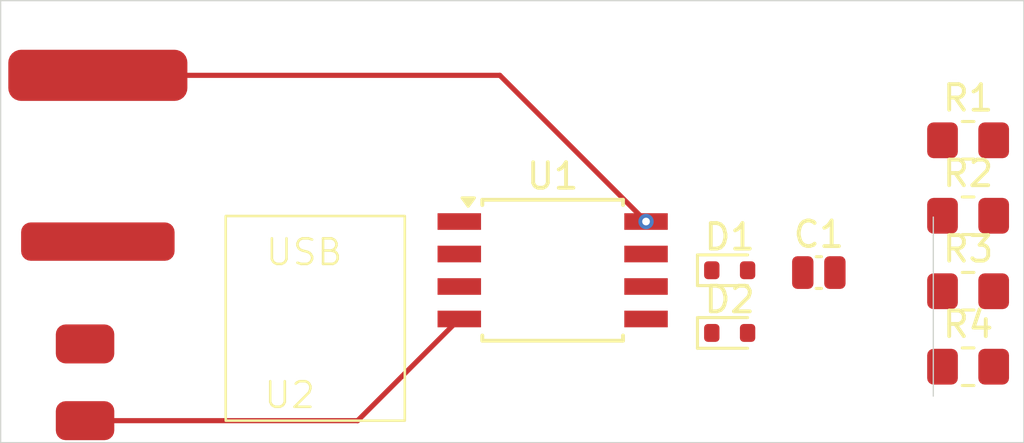
<source format=kicad_pcb>
(kicad_pcb (version 20240108) (generator "pcbnew") (generator_version "8.0")
  (layers (0 "F.Cu" signal) (31 "B.Cu" signal) (34 "B.Paste" user) (35 "F.Paste" user) (36 "B.SilkS" user "B.Silkscreen") (37 "F.SilkS" user "F.Silkscreen") (38 "B.Mask" user) (39 "F.Mask" user) (44 "Edge.Cuts" user))
  (net 0 "")
  (net 1 "GND")
  (net 2 "+5V")
  (net 3 "Net-(D1-K)")
  (net 4 "Net-(D2-K)")
  (net 5 "Net-(D3-A)")
  (net 6 "Net-(J1-Pin_1)")
  (net 7 "Net-(J1-Pin_3)")
  (net 8 "Net-(J2-Pin_2)")
  (net 9 "Net-(J2-Pin_1)")
  (net 10 "Net-(J1-Pin_2)")
  (net 11 "Net-(J2-Pin_3)")
  (footprint "Resistor_SMD:R_0805_2012Metric_Pad1.20x1.40mm_HandSolder" (layer "F.Cu") (at 148.32 87.18)
    (property "Reference" "R3" (at 0 -1.65 0) (layer "F.SilkS"))
    (property "Value" "68R")
    (fp_line (start -0.227064 -0.735) (end 0.227064 -0.735) (stroke (width 0.12)) (layer "F.SilkS"))
    (fp_line (start -0.227064 0.735) (end 0.227064 0.735) (stroke (width 0.12)) (layer "F.SilkS"))
    (pad "1" smd roundrect (at -1 0) (size 1.2 1.4) (layers "F.Cu" "F.Paste" "F.Mask") (roundrect_rratio 0.208333) (net 3 "Net-(D1-K)"))
    (pad "2" smd roundrect (at 1 0) (size 1.2 1.4) (layers "F.Cu" "F.Paste" "F.Mask") (roundrect_rratio 0.208333) (net 8 "Net-(J2-Pin_2)"))
  )
  (footprint "Diode_SMD:D_SOD-523" (layer "F.Cu") (at 139 88.81)
    (property "Reference" "D2" (at 0 -1.3 0) (layer "F.SilkS"))
    (property "Value" "3V6")
    (fp_line (start -1.26 -0.6) (end -1.26 0.6) (stroke (width 0.12)) (layer "F.SilkS"))
    (fp_line (start 0.7 -0.6) (end -1.26 -0.6) (stroke (width 0.12)) (layer "F.SilkS"))
    (fp_line (start 0.7 0.6) (end -1.26 0.6) (stroke (width 0.12)) (layer "F.SilkS"))
    (pad "1" smd roundrect (at -0.7 0 180) (size 0.6 0.7) (layers "F.Cu" "F.Paste" "F.Mask") (net 4 "Net-(D2-K)"))
    (pad "2" smd roundrect (at 0.7 0 180) (size 0.6 0.7) (layers "F.Cu" "F.Paste" "F.Mask") (net 1 "GND"))
  )
  (footprint "Resistor_SMD:R_0805_2012Metric_Pad1.20x1.40mm_HandSolder" (layer "F.Cu") (at 148.32 81.28)
    (property "Reference" "R1" (at 0 -1.65 0) (layer "F.SilkS"))
    (property "Value" "68R")
    (fp_line (start -0.227064 -0.735) (end 0.227064 -0.735) (stroke (width 0.12)) (layer "F.SilkS"))
    (fp_line (start -0.227064 0.735) (end 0.227064 0.735) (stroke (width 0.12)) (layer "F.SilkS"))
    (pad "1" smd roundrect (at -1 0) (size 1.2 1.4) (layers "F.Cu" "F.Paste" "F.Mask") (roundrect_rratio 0.208333) (net 5 "Net-(D3-A)"))
    (pad "2" smd roundrect (at 1 0) (size 1.2 1.4) (layers "F.Cu" "F.Paste" "F.Mask") (roundrect_rratio 0.208333) (net 6 "Net-(J1-Pin_1)"))
  )
  (footprint "Test_tutorial_footprint_library:PCB_uSB_connector" (layer "F.Cu") (at 113.8 86.24)
    (property "Reference" "U2" (at 8 5 0) (layer "F.SilkS") (effects (font (thickness 0.1))))
    (property "Value" "~")
    (fp_rect (start 5.5 -2) (end 12.5 6) (stroke (width 0.1)) (fill none) (layer "F.SilkS"))
    (fp_text user "USB" (at 7 0 0) (layer "F.SilkS") (effects (font (thickness 0.1)) (justify left bottom)))
    (pad "1" smd roundrect (at 0.5 -7.5) (size 7 2) (layers "F.Cu" "F.Paste" "F.Mask") (net 2 "+5V"))
    (pad "2" smd roundrect (at 0.5 -1) (size 6 1.5) (layers "F.Cu" "F.Paste" "F.Mask") (net 3 "Net-(D1-K)"))
    (pad "3" smd roundrect (at 0 3) (size 2.286 1.524) (layers "F.Cu" "F.Paste" "F.Mask") (net 4 "Net-(D2-K)"))
    (pad "4" smd roundrect (at 0 6) (size 2.286 1.524) (layers "F.Cu" "F.Paste" "F.Mask") (net 1 "GND"))
  )
  (footprint "Resistor_SMD:R_0805_2012Metric_Pad1.20x1.40mm_HandSolder" (layer "F.Cu") (at 148.32 90.13)
    (property "Reference" "R4" (at 0 -1.65 0) (layer "F.SilkS"))
    (property "Value" "68R")
    (fp_line (start -0.227064 -0.735) (end 0.227064 -0.735) (stroke (width 0.12)) (layer "F.SilkS"))
    (fp_line (start -0.227064 0.735) (end 0.227064 0.735) (stroke (width 0.12)) (layer "F.SilkS"))
    (pad "1" smd roundrect (at -1 0) (size 1.2 1.4) (layers "F.Cu" "F.Paste" "F.Mask") (roundrect_rratio 0.208333) (net 2 "+5V"))
    (pad "2" smd roundrect (at 1 0) (size 1.2 1.4) (layers "F.Cu" "F.Paste" "F.Mask") (roundrect_rratio 0.208333) (net 4 "Net-(D2-K)"))
  )
  (footprint "Package_SO:SOIC-8W_5.3x5.3mm_P1.27mm" (layer "F.Cu") (at 132.08 86.36)
    (property "Reference" "U1" (at 0 -3.68 0) (layer "F.SilkS"))
    (property "Value" "ATtiny45-20S")
    (fp_line (start -2.75 -2.755) (end -2.75 -2.55) (stroke (width 0.15)) (layer "F.SilkS"))
    (fp_line (start -2.75 -2.755) (end 2.75 -2.755) (stroke (width 0.15)) (layer "F.SilkS"))
    (fp_line (start -2.75 2.755) (end -2.75 2.55) (stroke (width 0.15)) (layer "F.SilkS"))
    (fp_line (start -2.75 2.755) (end 2.75 2.755) (stroke (width 0.15)) (layer "F.SilkS"))
    (fp_line (start 2.75 -2.755) (end 2.75 -2.55) (stroke (width 0.15)) (layer "F.SilkS"))
    (fp_line (start 2.75 2.755) (end 2.75 2.55) (stroke (width 0.15)) (layer "F.SilkS"))
    (fp_poly (pts (xy -3.3 -2.5) (xy -3.54 -2.83) (xy -3.06 -2.83) (xy -3.3 -2.5)) (stroke (width 0.12)) (fill solid) (layer "F.SilkS"))
    (pad "1" smd rect (at -3.65 -1.905) (size 1.7 0.65) (layers "F.Cu" "F.Paste" "F.Mask") (net 9 "Net-(J2-Pin_1)"))
    (pad "2" smd rect (at -3.65 -0.635) (size 1.7 0.65) (layers "F.Cu" "F.Paste" "F.Mask") (net 11 "Net-(J2-Pin_3)"))
    (pad "3" smd rect (at -3.65 0.635) (size 1.7 0.65) (layers "F.Cu" "F.Paste" "F.Mask") (net 8 "Net-(J2-Pin_2)"))
    (pad "4" smd rect (at -3.65 1.905) (size 1.7 0.65) (layers "F.Cu" "F.Paste" "F.Mask") (net 1 "GND"))
    (pad "5" smd rect (at 3.65 1.905) (size 1.7 0.65) (layers "F.Cu" "F.Paste" "F.Mask") (net 6 "Net-(J1-Pin_1)"))
    (pad "6" smd rect (at 3.65 0.635) (size 1.7 0.65) (layers "F.Cu" "F.Paste" "F.Mask") (net 10 "Net-(J1-Pin_2)"))
    (pad "7" smd rect (at 3.65 -0.635) (size 1.7 0.65) (layers "F.Cu" "F.Paste" "F.Mask") (net 7 "Net-(J1-Pin_3)"))
    (pad "8" smd rect (at 3.65 -1.905) (size 1.7 0.65) (layers "F.Cu" "F.Paste" "F.Mask") (net 2 "+5V"))
  )
  (footprint "Resistor_SMD:R_0805_2012Metric_Pad1.20x1.40mm_HandSolder" (layer "F.Cu") (at 148.32 84.23)
    (property "Reference" "R2" (at 0 -1.65 0) (layer "F.SilkS"))
    (property "Value" "68R")
    (fp_line (start -0.227064 -0.735) (end 0.227064 -0.735) (stroke (width 0.12)) (layer "F.SilkS"))
    (fp_line (start -0.227064 0.735) (end 0.227064 0.735) (stroke (width 0.12)) (layer "F.SilkS"))
    (pad "1" smd roundrect (at -1 0) (size 1.2 1.4) (layers "F.Cu" "F.Paste" "F.Mask") (roundrect_rratio 0.208333) (net 4 "Net-(D2-K)"))
    (pad "2" smd roundrect (at 1 0) (size 1.2 1.4) (layers "F.Cu" "F.Paste" "F.Mask") (roundrect_rratio 0.208333) (net 7 "Net-(J1-Pin_3)"))
  )
  (footprint "Capacitor_SMD:C_0504_1310Metric_Pad0.83x1.28mm_HandSolder" (layer "F.Cu") (at 142.485 86.45)
    (property "Reference" "C1" (at 0 -1.49 0) (layer "F.SilkS"))
    (property "Value" "100n")
    (fp_line (start -0.101969 -0.62) (end 0.101969 -0.62) (stroke (width 0.12)) (layer "F.SilkS"))
    (fp_line (start -0.101969 0.62) (end 0.101969 0.62) (stroke (width 0.12)) (layer "F.SilkS"))
    (pad "1" smd roundrect (at -0.6275 0) (size 0.835 1.28) (layers "F.Cu" "F.Paste" "F.Mask") (net 2 "+5V"))
    (pad "2" smd roundrect (at 0.6275 0) (size 0.835 1.28) (layers "F.Cu" "F.Paste" "F.Mask") (net 1 "GND"))
  )
  (footprint "Diode_SMD:D_SOD-523" (layer "F.Cu") (at 139 86.36)
    (property "Reference" "D1" (at 0 -1.3 0) (layer "F.SilkS"))
    (property "Value" "3V6")
    (fp_line (start -1.26 -0.6) (end -1.26 0.6) (stroke (width 0.12)) (layer "F.SilkS"))
    (fp_line (start 0.7 -0.6) (end -1.26 -0.6) (stroke (width 0.12)) (layer "F.SilkS"))
    (fp_line (start 0.7 0.6) (end -1.26 0.6) (stroke (width 0.12)) (layer "F.SilkS"))
    (pad "1" smd roundrect (at -0.7 0 180) (size 0.6 0.7) (layers "F.Cu" "F.Paste" "F.Mask") (net 3 "Net-(D1-K)"))
    (pad "2" smd roundrect (at 0.7 0 180) (size 0.6 0.7) (layers "F.Cu" "F.Paste" "F.Mask") (net 1 "GND"))
  )
  (gr_rect (start 110.5 75.82) (end 150.5 93.1) (stroke (width 0.05)) (fill none) (layer "Edge.Cuts"))
  (gr_rect (start 146.96 84.28) (end 146.96 91.28) (stroke (width 0.05)) (fill none) (layer "Edge.Cuts"))
  (segment (start 113.8 92.24) (end 124.455 92.24) (width 0.2) (layer "F.Cu") (net 1))
  (segment (start 124.455 92.24) (end 128.43 88.265) (width 0.2) (layer "F.Cu") (net 1))
  (segment (start 130.015 78.74) (end 135.73 84.455) (width 0.2) (layer "F.Cu") (net 2))
  (segment (start 114.3 78.74) (end 130.015 78.74) (width 0.2) (layer "F.Cu") (net 2))
  (via (at 135.73 84.455) (size 0.6) (drill 0.3) (layers "F.Cu" "B.Cu") (net 2))
)
</source>
